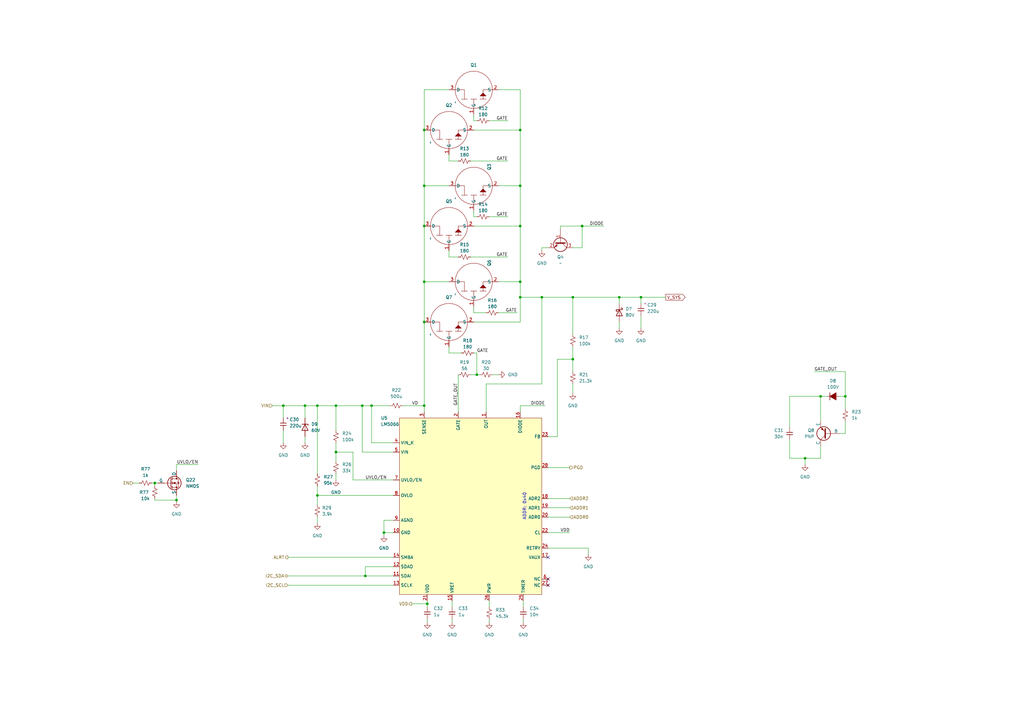
<source format=kicad_sch>
(kicad_sch (version 20230121) (generator eeschema)
  (paper "A3")
  (title_block (title "Bender 2024 Power Supply") (company "Boise State University") (comment 1 "GND  = Battery Ground") (comment 2 "GND1 = RP2040 Ground"))
  (lib_symbols
    (symbol "Device:D_Schottky" (pin_numbers hide) (pin_names (offset 1.016) hide)
      (property "Reference" "D" (at 0 2.54 0))
      (property "Value" "D_Schottky" (at 0 -2.54 0))
      (symbol "D_Schottky_0_1"
        (polyline (pts (xy 1.27 0) (xy -1.27 0)))
        (polyline (pts (xy 1.27 1.27) (xy 1.27 -1.27) (xy -1.27 0) (xy 1.27 1.27)) (stroke (width 0.254)))
        (polyline (pts (xy -1.905 0.635) (xy -1.905 1.27) (xy -1.27 1.27) (xy -1.27 -1.27) (xy -0.635 -1.27) (xy -0.635 -0.635)) (stroke (width 0.254)))
      )
      (symbol "D_Schottky_1_1"
        (pin passive line (at -3.81 0 0) (length 2.54) (name "K") (number "1"))
        (pin passive line (at 3.81 0 180) (length 2.54) (name "A") (number "2"))
      )
    )
    (symbol "Device:D_Zener" (pin_numbers hide) (pin_names (offset 1.016) hide)
      (property "Reference" "D" (at 0 2.54 0))
      (property "Value" "D_Zener" (at 0 -2.54 0))
      (symbol "D_Zener_0_1"
        (polyline (pts (xy 1.27 0) (xy -1.27 0)))
        (polyline (pts (xy -1.27 -1.27) (xy -1.27 1.27) (xy -0.762 1.27)) (stroke (width 0.254)))
        (polyline (pts (xy 1.27 -1.27) (xy 1.27 1.27) (xy -1.27 0) (xy 1.27 -1.27)) (stroke (width 0.254)))
      )
      (symbol "D_Zener_1_1"
        (pin passive line (at -3.81 0 0) (length 2.54) (name "K") (number "1"))
        (pin passive line (at 3.81 0 180) (length 2.54) (name "A") (number "2"))
      )
    )
    (symbol "Device:R_Small_US" (pin_numbers hide) (pin_names (offset 0.254) hide)
      (property "Reference" "R" (at 0.762 0.508 0))
      (property "Value" "R_Small_US" (at 0.762 -1.016 0))
      (symbol "R_Small_US_1_1"
        (polyline (pts (xy 0 0) (xy 1.016 -0.381) (xy 0 -0.762) (xy -1.016 -1.143) (xy 0 -1.524)))
        (polyline (pts (xy 0 1.524) (xy 1.016 1.143) (xy 0 0.762) (xy -1.016 0.381) (xy 0 0)))
        (pin passive line (at 0 2.54 270) (length 1.016) (name "~") (number "1"))
        (pin passive line (at 0 -2.54 90) (length 1.016) (name "~") (number "2"))
      )
    )
    (symbol "Nexperia:GAN3R2-100CBE"
      (property "Reference" "Q" (at 0 0 0))
      (symbol "GAN3R2-100CBE_0_1"
        (polyline (pts (xy 3.81 -10.16) (xy 3.81 -12.7)))
        (polyline (pts (xy 3.81 -7.62) (xy 0 -7.62)))
        (polyline (pts (xy 3.81 -6.35) (xy 3.81 -8.89)))
        (polyline (pts (xy 3.81 -2.54) (xy 3.81 -5.08)))
        (polyline (pts (xy 3.81 -11.43) (xy 7.62 -11.43) (xy 7.62 -15.24)))
        (polyline (pts (xy 3.81 -3.81) (xy 7.62 -3.81) (xy 7.62 0)))
        (circle (center 7.62 -7.62) (radius 7.62))
      )
      (symbol "GAN3R2-100CBE_1_1"
        (polyline (pts (xy 6.35 -11.43) (xy 5.08 -10.16) (xy 5.08 -12.7) (xy 6.35 -11.43)) (fill (type outline)))
        (pin input line (at -2.54 -7.62 0) (length 2.54) (name "G") (number "1"))
        (pin power_out line (at 7.62 -17.78 90) (length 2.54) (name "S") (number "2"))
        (pin power_in line (at 7.62 2.54 270) (length 2.54) (name "D") (number "3"))
      )
    )
    (symbol "PCM_Generic-50:C,IEC" (pin_numbers hide) (pin_names (offset 0) hide)
      (property "Reference" "C" (at 1.27 1.27 0))
      (property "Value" "C,IEC" (at 1.27 -1.27 0))
      (property "Indicator" "+" (at -1.27 1.27 0))
      (symbol "C,IEC_1_1"
        (polyline (pts (xy -1.27 -0.4572) (xy 1.27 -0.4572)) (stroke (width 0.254)))
        (polyline (pts (xy -1.27 0.4572) (xy 1.27 0.4572)) (stroke (width 0.254)))
        (pin passive line (at 0 2.54 270) (length 2.0828) (name "+") (number "1"))
        (pin passive line (at 0 -2.54 90) (length 2.0828) (name "-") (number "2"))
      )
    )
    (symbol "PCM_Generic-50:D,IEEE" (pin_numbers hide) (pin_names (offset 0) hide)
      (property "Reference" "D" (at 1.905 1.27 0))
      (property "Value" "${SIM.PARAMS}" (at 1.905 -1.27 0))
      (property "Sim.Params" "D,IEEE" (at 1.905 -1.27 0))
      (symbol "D,IEEE_1_1"
        (polyline (pts (xy -1.4732 -1.27) (xy 1.4732 -1.27)) (stroke (width 0.254)))
        (polyline (pts (xy 0 -1.27) (xy 1.4732 1.27) (xy -1.4732 1.27) (xy 0 -1.27)) (stroke (width 0.254)) (fill (type outline)))
        (pin passive line (at 0 -2.54 90) (length 1.27) (name "K-") (number "1"))
        (pin passive line (at 0 2.54 270) (length 1.27) (name "A+") (number "2"))
      )
    )
    (symbol "Simulation_SPICE:NMOS" (pin_numbers hide) (pin_names (offset 0))
      (property "Reference" "Q" (at 5.08 1.27 0))
      (property "Value" "NMOS" (at 5.08 -1.27 0))
      (symbol "NMOS_0_1"
        (polyline (pts (xy 0.254 0) (xy -2.54 0)))
        (polyline (pts (xy 0.254 1.905) (xy 0.254 -1.905)) (stroke (width 0.254)))
        (polyline (pts (xy 0.762 -1.27) (xy 0.762 -2.286)) (stroke (width 0.254)))
        (polyline (pts (xy 0.762 0.508) (xy 0.762 -0.508)) (stroke (width 0.254)))
        (polyline (pts (xy 0.762 2.286) (xy 0.762 1.27)) (stroke (width 0.254)))
        (polyline (pts (xy 2.54 2.54) (xy 2.54 1.778)))
        (polyline (pts (xy 2.54 -2.54) (xy 2.54 0) (xy 0.762 0)))
        (polyline (pts (xy 0.762 -1.778) (xy 3.302 -1.778) (xy 3.302 1.778) (xy 0.762 1.778)))
        (polyline (pts (xy 1.016 0) (xy 2.032 0.381) (xy 2.032 -0.381) (xy 1.016 0)) (fill (type outline)))
        (polyline (pts (xy 2.794 0.508) (xy 2.921 0.381) (xy 3.683 0.381) (xy 3.81 0.254)))
        (polyline (pts (xy 3.302 0.381) (xy 2.921 -0.254) (xy 3.683 -0.254) (xy 3.302 0.381)))
        (circle (center 1.651 0) (radius 2.794) (stroke (width 0.254)))
        (circle (center 2.54 -1.778) (radius 0.254) (fill (type outline)))
        (circle (center 2.54 1.778) (radius 0.254) (fill (type outline)))
      )
      (symbol "NMOS_1_1"
        (pin passive line (at 2.54 5.08 270) (length 2.54) (name "D") (number "1") (alternate "" input line))
        (pin input line (at -5.08 0 0) (length 2.54) (name "G") (number "2") (alternate "" input line))
        (pin passive line (at 2.54 -5.08 90) (length 2.54) (name "S") (number "3") (alternate "" input line))
      )
    )
    (symbol "Simulation_SPICE:PNP" (pin_numbers hide) (pin_names (offset 0))
      (property "Reference" "Q" (at -2.54 7.62 0))
      (property "Value" "PNP" (at -2.54 5.08 0))
      (symbol "PNP_0_1"
        (polyline (pts (xy -2.54 0) (xy 0.635 0)) (stroke (width 0.1524)))
        (polyline (pts (xy 0.635 0.635) (xy 2.54 2.54)))
        (polyline (pts (xy 0.635 -0.635) (xy 2.54 -2.54) (xy 2.54 -2.54)))
        (polyline (pts (xy 0.635 1.905) (xy 0.635 -1.905) (xy 0.635 -1.905)) (stroke (width 0.508)))
        (polyline (pts (xy 2.286 -1.778) (xy 1.778 -2.286) (xy 1.27 -1.27) (xy 2.286 -1.778) (xy 2.286 -1.778)) (fill (type outline)))
        (circle (center 1.27 0) (radius 2.8194) (stroke (width 0.254)))
      )
      (symbol "PNP_1_1"
        (pin open_collector line (at 2.54 5.08 270) (length 2.54) (name "C") (number "1") (alternate "" input line))
        (pin input line (at -5.08 0 0) (length 2.54) (name "B") (number "2") (alternate "" input line))
        (pin open_emitter line (at 2.54 -5.08 90) (length 2.54) (name "E") (number "3") (alternate "" input line))
      )
    )
    (symbol "TI.Library:LM5066"
      (property "Reference" "U" (at 0 1.27 0))
      (property "Value" "LM5066" (at 3.81 -77.47 0))
      (symbol "LM5066_1_1"
        (rectangle (start 0 -2.54) (end 58.42 -74.93) (fill (type background)))
        (pin power_out line (at 35.56 0 270) (length 2.54) (name "OUT") (number "1"))
        (pin power_in line (at -2.54 -49.53 0) (length 2.54) (name "GND") (number "10"))
        (pin input line (at -2.54 -67.31 0) (length 2.54) (name "SDAI") (number "11"))
        (pin output line (at -2.54 -63.5 0) (length 2.54) (name "SDAO") (number "12"))
        (pin bidirectional line (at -2.54 -71.12 0) (length 2.54) (name "SCLK") (number "13"))
        (pin output line (at -2.54 -59.69 0) (length 2.54) (name "SMBA") (number "14"))
        (pin input line (at 21.59 -77.47 90) (length 2.54) (name "VREF") (number "15"))
        (pin output line (at 49.53 0 270) (length 2.54) (name "DIODE") (number "16"))
        (pin power_in line (at 60.96 -59.69 180) (length 2.54) (name "VAUX") (number "17"))
        (pin tri_state line (at 60.96 -35.56 180) (length 2.54) (name "ADR2") (number "18"))
        (pin tri_state line (at 60.96 -39.37 180) (length 2.54) (name "ADR1") (number "19"))
        (pin output line (at 24.13 0 270) (length 2.54) (name "GATE") (number "2"))
        (pin tri_state line (at 60.96 -43.18 180) (length 2.54) (name "ADR0") (number "20"))
        (pin output line (at 11.43 -77.47 90) (length 2.54) (name "VDD") (number "21"))
        (pin input line (at 60.96 -49.53 180) (length 2.54) (name "CL") (number "22"))
        (pin input line (at 60.96 -10.16 180) (length 2.54) (name "FB") (number "23"))
        (pin tri_state line (at 60.96 -55.88 180) (length 2.54) (name "RETRY") (number "24"))
        (pin unspecified line (at 50.8 -77.47 90) (length 2.54) (name "TIMER") (number "25"))
        (pin input line (at 36.83 -77.47 90) (length 2.54) (name "PWR") (number "26"))
        (pin no_connect line (at 60.96 -71.12 180) (length 2.54) (name "NC") (number "27"))
        (pin output line (at 60.96 -22.86 180) (length 2.54) (name "PGD") (number "28"))
        (pin input line (at 10.16 0 270) (length 2.54) (name "SENSE") (number "3"))
        (pin power_in line (at -2.54 -12.7 0) (length 2.54) (name "VIN_K") (number "4"))
        (pin power_in line (at -2.54 -16.51 0) (length 2.54) (name "VIN") (number "5"))
        (pin no_connect line (at 60.96 -68.58 180) (length 2.54) (name "NC") (number "6"))
        (pin input line (at -2.54 -27.94 0) (length 2.54) (name "UVLO/EN") (number "7"))
        (pin input line (at -2.54 -34.29 0) (length 2.54) (name "OVLO") (number "8"))
        (pin power_in line (at -2.54 -44.45 0) (length 2.54) (name "AGND") (number "9"))
      )
    )
    (symbol "Transistor_BJT:BC817" (pin_names (offset 0) hide)
      (property "Reference" "Q" (at 5.08 1.905 0))
      (property "Value" "BC817" (at 5.08 0 0))
      (symbol "BC817_0_1"
        (polyline (pts (xy 0.635 0.635) (xy 2.54 2.54)))
        (polyline (pts (xy 0.635 -0.635) (xy 2.54 -2.54) (xy 2.54 -2.54)))
        (polyline (pts (xy 0.635 1.905) (xy 0.635 -1.905) (xy 0.635 -1.905)) (stroke (width 0.508)))
        (polyline (pts (xy 1.27 -1.778) (xy 1.778 -1.27) (xy 2.286 -2.286) (xy 1.27 -1.778) (xy 1.27 -1.778)) (fill (type outline)))
        (circle (center 1.27 0) (radius 2.8194) (stroke (width 0.254)))
      )
      (symbol "BC817_1_1"
        (pin input line (at -5.08 0 0) (length 5.715) (name "B") (number "1"))
        (pin passive line (at 2.54 -5.08 90) (length 2.54) (name "E") (number "2"))
        (pin passive line (at 2.54 5.08 270) (length 2.54) (name "C") (number "3"))
      )
    )
    (symbol "power:GND" (power) (pin_names (offset 0))
      (property "Value" "GND" (at 0 -3.81 0))
      (symbol "GND_0_1"
        (polyline (pts (xy 0 0) (xy 0 -1.27) (xy 1.27 -1.27) (xy 0 -2.54) (xy -1.27 -1.27) (xy 0 -1.27)))
      )
      (symbol "GND_1_1"
        (pin power_in line (at 0 0 270) (length 0) hide (name "GND") (number "1"))
      )
    )
  )
  (junction (at 336.55 162.56))
  (junction (at 72.39 205.105))
  (junction (at 195.58 153.67))
  (junction (at 137.795 185.42))
  (junction (at 213.36 115.57))
  (junction (at 173.99 166.37))
  (junction (at 346.71 162.56))
  (junction (at 254 121.92))
  (junction (at 175.26 247.65))
  (junction (at 116.205 166.37))
  (junction (at 130.175 203.2))
  (junction (at 137.795 166.37))
  (junction (at 149.86 236.22))
  (junction (at 330.2 187.96))
  (junction (at 63.5 198.12))
  (junction (at 213.36 76.2))
  (junction (at 213.36 92.71))
  (junction (at 234.95 121.92))
  (junction (at 173.99 115.57))
  (junction (at 234.95 147.32))
  (junction (at 173.99 132.08))
  (junction (at 130.175 166.37))
  (junction (at 238.76 92.71))
  (junction (at 222.25 121.92))
  (junction (at 148.59 166.37))
  (junction (at 262.89 121.92))
  (junction (at 213.36 53.34))
  (junction (at 157.48 218.44))
  (junction (at 173.99 76.2))
  (junction (at 173.99 92.71))
  (junction (at 152.4 166.37))
  (junction (at 125.095 166.37))
  (junction (at 173.99 53.34))
  (junction (at 213.36 121.92))
  (no_connect (at 224.79 237.49))
  (no_connect (at 224.79 228.6))
  (no_connect (at 224.79 240.03))
  (wire (pts (xy 213.36 168.91) (xy 213.36 166.37)))
  (wire (pts (xy 72.39 190.5) (xy 81.28 190.5)))
  (wire (pts (xy 187.96 105.41) (xy 184.15 105.41)))
  (wire (pts (xy 125.095 166.37) (xy 130.175 166.37)))
  (wire (pts (xy 200.66 254) (xy 200.66 255.27)))
  (wire (pts (xy 213.36 121.92) (xy 222.25 121.92)))
  (wire (pts (xy 161.29 185.42) (xy 148.59 185.42)))
  (wire (pts (xy 173.99 115.57) (xy 173.99 132.08)))
  (wire (pts (xy 323.85 162.56) (xy 323.85 175.26)))
  (wire (pts (xy 241.3 224.79) (xy 241.3 227.33)))
  (wire (pts (xy 262.89 129.54) (xy 262.89 134.62)))
  (wire (pts (xy 224.79 101.6) (xy 222.25 101.6)))
  (wire (pts (xy 214.63 246.38) (xy 214.63 248.92)))
  (wire (pts (xy 173.99 36.83) (xy 173.99 53.34)))
  (wire (pts (xy 185.42 246.38) (xy 185.42 248.92)))
  (wire (pts (xy 194.31 53.34) (xy 213.36 53.34)))
  (wire (pts (xy 152.4 181.61) (xy 161.29 181.61)))
  (wire (pts (xy 262.89 121.92) (xy 273.05 121.92)))
  (wire (pts (xy 194.31 88.9) (xy 195.58 88.9)))
  (wire (pts (xy 175.26 247.65) (xy 175.26 248.92)))
  (wire (pts (xy 165.1 166.37) (xy 173.99 166.37)))
  (wire (pts (xy 194.31 92.71) (xy 213.36 92.71)))
  (wire (pts (xy 224.79 204.47) (xy 233.68 204.47)))
  (wire (pts (xy 323.85 187.96) (xy 330.2 187.96)))
  (wire (pts (xy 254 121.92) (xy 262.89 121.92)))
  (wire (pts (xy 224.79 224.79) (xy 241.3 224.79)))
  (wire (pts (xy 234.95 121.92) (xy 234.95 137.16)))
  (wire (pts (xy 213.36 76.2) (xy 204.47 76.2)))
  (wire (pts (xy 213.36 115.57) (xy 204.47 115.57)))
  (wire (pts (xy 204.47 128.27) (xy 212.09 128.27)))
  (wire (pts (xy 213.36 53.34) (xy 213.36 36.83)))
  (wire (pts (xy 224.79 212.09) (xy 233.68 212.09)))
  (wire (pts (xy 144.78 196.85) (xy 161.29 196.85)))
  (wire (pts (xy 346.71 162.56) (xy 346.71 152.4)))
  (wire (pts (xy 157.48 218.44) (xy 157.48 219.71)))
  (wire (pts (xy 130.175 212.09) (xy 130.175 214.63)))
  (wire (pts (xy 194.31 46.99) (xy 194.31 49.53)))
  (wire (pts (xy 229.87 93.98) (xy 229.87 92.71)))
  (wire (pts (xy 222.25 121.92) (xy 234.95 121.92)))
  (wire (pts (xy 200.66 49.53) (xy 208.28 49.53)))
  (wire (pts (xy 200.66 88.9) (xy 208.28 88.9)))
  (wire (pts (xy 118.11 228.6) (xy 161.29 228.6)))
  (wire (pts (xy 234.95 157.48) (xy 234.95 161.29)))
  (wire (pts (xy 254 132.08) (xy 254 134.62)))
  (wire (pts (xy 195.58 153.67) (xy 196.85 153.67)))
  (wire (pts (xy 195.58 153.67) (xy 195.58 144.78)))
  (wire (pts (xy 161.29 218.44) (xy 157.48 218.44)))
  (wire (pts (xy 63.5 205.105) (xy 72.39 205.105)))
  (wire (pts (xy 224.79 208.28) (xy 233.68 208.28)))
  (wire (pts (xy 125.095 179.07) (xy 125.095 181.61)))
  (wire (pts (xy 213.36 121.92) (xy 213.36 132.08)))
  (wire (pts (xy 54.61 198.12) (xy 57.15 198.12)))
  (wire (pts (xy 137.795 185.42) (xy 144.78 185.42)))
  (wire (pts (xy 262.89 121.92) (xy 262.89 124.46)))
  (wire (pts (xy 193.04 66.04) (xy 208.28 66.04)))
  (wire (pts (xy 173.99 168.91) (xy 173.99 166.37)))
  (wire (pts (xy 339.09 162.56) (xy 336.55 162.56)))
  (wire (pts (xy 222.25 157.48) (xy 222.25 121.92)))
  (wire (pts (xy 222.25 101.6) (xy 222.25 102.87)))
  (wire (pts (xy 184.15 142.24) (xy 184.15 144.78)))
  (wire (pts (xy 173.99 76.2) (xy 173.99 92.71)))
  (wire (pts (xy 194.31 86.36) (xy 194.31 88.9)))
  (wire (pts (xy 111.76 166.37) (xy 116.205 166.37)))
  (wire (pts (xy 238.76 92.71) (xy 247.65 92.71)))
  (wire (pts (xy 130.175 166.37) (xy 137.795 166.37)))
  (wire (pts (xy 323.85 180.34) (xy 323.85 187.96)))
  (wire (pts (xy 224.79 218.44) (xy 233.68 218.44)))
  (wire (pts (xy 118.11 236.22) (xy 149.86 236.22)))
  (wire (pts (xy 160.02 166.37) (xy 152.4 166.37)))
  (wire (pts (xy 72.39 190.5) (xy 72.39 193.04)))
  (wire (pts (xy 193.04 153.67) (xy 195.58 153.67)))
  (wire (pts (xy 229.87 92.71) (xy 238.76 92.71)))
  (wire (pts (xy 148.59 166.37) (xy 148.59 185.42)))
  (wire (pts (xy 63.5 198.12) (xy 63.5 199.39)))
  (wire (pts (xy 199.39 168.91) (xy 199.39 157.48)))
  (wire (pts (xy 185.42 254) (xy 185.42 255.27)))
  (wire (pts (xy 234.95 121.92) (xy 254 121.92)))
  (wire (pts (xy 137.795 181.61) (xy 137.795 185.42)))
  (wire (pts (xy 118.11 240.03) (xy 161.29 240.03)))
  (wire (pts (xy 63.5 198.12) (xy 64.77 198.12)))
  (wire (pts (xy 254 121.92) (xy 254 124.46)))
  (wire (pts (xy 137.795 166.37) (xy 137.795 176.53)))
  (wire (pts (xy 173.99 53.34) (xy 173.99 76.2)))
  (wire (pts (xy 193.04 105.41) (xy 208.28 105.41)))
  (wire (pts (xy 62.23 198.12) (xy 63.5 198.12)))
  (wire (pts (xy 173.99 132.08) (xy 173.99 166.37)))
  (wire (pts (xy 184.15 115.57) (xy 173.99 115.57)))
  (wire (pts (xy 336.55 182.88) (xy 336.55 187.96)))
  (wire (pts (xy 184.15 66.04) (xy 184.15 63.5)))
  (wire (pts (xy 214.63 254) (xy 214.63 255.27)))
  (wire (pts (xy 238.76 101.6) (xy 238.76 92.71)))
  (wire (pts (xy 336.55 162.56) (xy 336.55 172.72)))
  (wire (pts (xy 228.6 179.07) (xy 228.6 147.32)))
  (wire (pts (xy 175.26 254) (xy 175.26 255.27)))
  (wire (pts (xy 187.96 153.67) (xy 187.96 168.91)))
  (wire (pts (xy 157.48 213.36) (xy 157.48 218.44)))
  (wire (pts (xy 201.93 153.67) (xy 204.47 153.67)))
  (wire (pts (xy 175.26 247.65) (xy 175.26 246.38)))
  (wire (pts (xy 173.99 92.71) (xy 173.99 115.57)))
  (wire (pts (xy 184.15 36.83) (xy 173.99 36.83)))
  (wire (pts (xy 72.39 203.2) (xy 72.39 205.105)))
  (wire (pts (xy 344.17 177.8) (xy 346.71 177.8)))
  (wire (pts (xy 213.36 115.57) (xy 213.36 121.92)))
  (wire (pts (xy 72.39 205.105) (xy 72.39 205.74)))
  (wire (pts (xy 213.36 92.71) (xy 213.36 115.57)))
  (wire (pts (xy 334.01 152.4) (xy 346.71 152.4)))
  (wire (pts (xy 213.36 36.83) (xy 204.47 36.83)))
  (wire (pts (xy 213.36 166.37) (xy 223.52 166.37)))
  (wire (pts (xy 228.6 147.32) (xy 234.95 147.32)))
  (wire (pts (xy 116.205 176.53) (xy 116.205 181.61)))
  (wire (pts (xy 63.5 204.47) (xy 63.5 205.105)))
  (wire (pts (xy 130.175 203.2) (xy 161.29 203.2)))
  (wire (pts (xy 194.31 49.53) (xy 195.58 49.53)))
  (wire (pts (xy 234.95 101.6) (xy 238.76 101.6)))
  (wire (pts (xy 168.91 247.65) (xy 175.26 247.65)))
  (wire (pts (xy 137.795 194.31) (xy 137.795 196.85)))
  (wire (pts (xy 224.79 191.77) (xy 233.68 191.77)))
  (wire (pts (xy 336.55 162.56) (xy 323.85 162.56)))
  (wire (pts (xy 125.095 166.37) (xy 125.095 171.45)))
  (wire (pts (xy 234.95 142.24) (xy 234.95 147.32)))
  (wire (pts (xy 130.175 166.37) (xy 130.175 194.31)))
  (wire (pts (xy 330.2 187.96) (xy 330.2 190.5)))
  (wire (pts (xy 184.15 76.2) (xy 173.99 76.2)))
  (wire (pts (xy 130.175 203.2) (xy 130.175 207.01)))
  (wire (pts (xy 116.205 166.37) (xy 116.205 171.45)))
  (wire (pts (xy 234.95 147.32) (xy 234.95 152.4)))
  (wire (pts (xy 213.36 92.71) (xy 213.36 76.2)))
  (wire (pts (xy 149.86 236.22) (xy 161.29 236.22)))
  (wire (pts (xy 213.36 53.34) (xy 213.36 76.2)))
  (wire (pts (xy 184.15 144.78) (xy 189.23 144.78)))
  (wire (pts (xy 137.795 166.37) (xy 148.59 166.37)))
  (wire (pts (xy 194.31 144.78) (xy 195.58 144.78)))
  (wire (pts (xy 144.78 185.42) (xy 144.78 196.85)))
  (wire (pts (xy 199.39 128.27) (xy 194.31 128.27)))
  (wire (pts (xy 200.66 246.38) (xy 200.66 248.92)))
  (wire (pts (xy 137.795 185.42) (xy 137.795 189.23)))
  (wire (pts (xy 199.39 157.48) (xy 222.25 157.48)))
  (wire (pts (xy 346.71 172.72) (xy 346.71 177.8)))
  (wire (pts (xy 116.205 166.37) (xy 125.095 166.37)))
  (wire (pts (xy 152.4 166.37) (xy 152.4 181.61)))
  (wire (pts (xy 346.71 162.56) (xy 346.71 167.64)))
  (wire (pts (xy 194.31 132.08) (xy 213.36 132.08)))
  (wire (pts (xy 184.15 105.41) (xy 184.15 102.87)))
  (wire (pts (xy 148.59 166.37) (xy 152.4 166.37)))
  (wire (pts (xy 157.48 213.36) (xy 161.29 213.36)))
  (wire (pts (xy 224.79 179.07) (xy 228.6 179.07)))
  (wire (pts (xy 187.96 66.04) (xy 184.15 66.04)))
  (wire (pts (xy 130.175 199.39) (xy 130.175 203.2)))
  (wire (pts (xy 344.17 162.56) (xy 346.71 162.56)))
  (wire (pts (xy 149.86 232.41) (xy 149.86 236.22)))
  (wire (pts (xy 161.29 232.41) (xy 149.86 232.41)))
  (wire (pts (xy 194.31 128.27) (xy 194.31 125.73)))
  (wire (pts (xy 330.2 187.96) (xy 336.55 187.96)))
  (text "ADDR: 0x40" (at 215.9 213.36 90) (effects (font (size 1.27 1.27)) (justify left bottom)))
  (label "VDD" (at 233.68 218.44 180))
  (label "DIODE" (at 223.52 166.37 180))
  (label "GATE_OUT" (at 334.01 152.4 0))
  (label "GATE" (at 208.28 105.41 180))
  (label "UVLO{slash}EN" (at 81.28 190.5 180))
  (label "GATE" (at 208.28 66.04 180))
  (label "DIODE" (at 247.65 92.71 180))
  (label "VD" (at 168.91 166.37 0))
  (label "GATE" (at 212.09 128.27 180))
  (label "GATE_OUT" (at 187.96 166.37 90))
  (label "GATE" (at 208.28 88.9 180))
  (label "GATE" (at 195.58 144.78 0))
  (label "UVLO{slash}EN" (at 149.86 196.85 0))
  (label "GATE" (at 208.28 49.53 180))
  (global_label "V_SYS" (shape output) (at 273.05 121.92 0) (property "Intersheetrefs" "${INTERSHEET_REFS}" (effects hide)))
  (hierarchical_label "EN" (shape input) (at 54.61 198.12 180))
  (hierarchical_label "VIN" (shape input) (at 111.76 166.37 180))
  (hierarchical_label "ALRT" (shape output) (at 118.11 228.6 180))
  (hierarchical_label "I2C_SDA" (shape bidirectional) (at 118.11 236.22 180))
  (hierarchical_label "I2C_SCL" (shape input) (at 118.11 240.03 180))
  (hierarchical_label "VDD" (shape output) (at 168.91 247.65 180))
  (hierarchical_label "PGD" (shape output) (at 233.68 191.77 0))
  (hierarchical_label "ADDR0" (shape input) (at 233.68 212.09 0))
  (hierarchical_label "ADDR1" (shape input) (at 233.68 208.28 0))
  (hierarchical_label "ADDR2" (shape input) (at 233.68 204.47 0))
  (symbol (lib_id "TI.Library:LM5066") (at 163.83 168.91 0) (unit 1)
    (property "Reference" "U5" (at 156.21 171.45 0) (effects (justify left)))
    (property "Value" "LM5066" (at 156.21 173.99 0) (effects (justify left)))
    (property "Footprint" "TI:HTSSOP-28" (effects hide))
    (property "Datasheet" "https://www.ti.com/general/docs/suppproductinfo.tsp?distId=26&gotoUrl=https://www.ti.com/lit/gpn/lm5066i" (effects hide))
    (instances (project "2023-24_Power_Supply" (path "" (reference "U5") (unit 1)) (path "" (reference "U6") (unit 1)) (path "" (reference "U7") (unit 1))))
  )
  (symbol (lib_id "Device:R_Small_US") (at 190.5 66.04 90) (unit 1)
    (property "Reference" "R13" (at 190.5 60.96 90))
    (property "Value" "180" (at 190.5 63.5 90))
    (property "Footprint" "Resistor_SMD:R_0603_1608Metric" (effects hide))
    (property "MPN" "RCS0603180RFKEA" (effects hide))
    (property "Manufacturer" "Vishay" (effects hide))
    (instances (project "2023-24_Power_Supply" (path "" (reference "R13") (unit 1)) (path "" (reference "R35") (unit 1)) (path "" (reference "R55") (unit 1))))
  )
  (symbol (lib_id "Device:R_Small_US") (at 234.95 154.94 0) (unit 1)
    (property "Reference" "R21" (at 237.49 153.67 0) (effects (justify left)))
    (property "Value" "21.3k" (at 237.49 156.21 0) (effects (justify left)))
    (property "Footprint" "Resistor_SMD:R_0603_1608Metric" (effects hide))
    (property "Datasheet" "https://www.koaspeer.com/pdfs/RN73H.pdf" (effects hide))
    (property "MPN" "RN73H1JTTD2132B25" (effects hide))
    (instances (project "2023-24_Power_Supply" (path "" (reference "R21") (unit 1)) (path "" (reference "R43") (unit 1)) (path "" (reference "R63") (unit 1))))
  )
  (symbol (lib_id "Device:D_Schottky") (at 254 128.27 270) (unit 1)
    (property "Reference" "D7" (at 256.54 126.6825 90) (effects (justify left)))
    (property "Value" "80V" (at 256.54 129.2225 90) (effects (justify left)))
    (property "Footprint" "Diode_SMD:D_SMC" (effects hide))
    (property "Datasheet" "https://www.diodes.com/assets/Datasheets/ds30020.pdf" (effects hide))
    (property "MPN" "B380-13-F" (effects hide))
    (property "Manufacturer" "Diodes Inc" (effects hide))
    (instances (project "2023-24_Power_Supply" (path "" (reference "D7") (unit 1)) (path "" (reference "D10") (unit 1)) (path "" (reference "D13") (unit 1))))
  )
  (symbol (lib_id "Device:R_Small_US") (at 190.5 105.41 90) (unit 1)
    (property "Reference" "R15" (at 190.5 100.33 90))
    (property "Value" "180" (at 190.5 102.87 90))
    (property "Footprint" "Resistor_SMD:R_0603_1608Metric" (effects hide))
    (property "MPN" "RCS0603180RFKEA" (effects hide))
    (property "Manufacturer" "Vishay" (effects hide))
    (instances (project "2023-24_Power_Supply" (path "" (reference "R15") (unit 1)) (path "" (reference "R37") (unit 1)) (path "" (reference "R57") (unit 1))))
  )
  (symbol (lib_id "Device:R_Small_US") (at 200.66 251.46 180) (unit 1)
    (property "Reference" "R33" (at 203.2 250.19 0) (effects (justify right)))
    (property "Value" "45.3k" (at 203.2 252.73 0) (effects (justify right)))
    (property "Footprint" "Resistor_SMD:R_0603_1608Metric" (effects hide))
    (instances (project "2023-24_Power_Supply" (path "" (reference "R33") (unit 1)) (path "" (reference "R53") (unit 1)) (path "" (reference "R73") (unit 1))))
  )
  (symbol (lib_id "Simulation_SPICE:NMOS") (at 69.85 198.12 0) (unit 1)
    (property "Reference" "Q22" (at 76.2 196.85 0) (effects (justify left)))
    (property "Value" "NMOS" (at 76.2 199.39 0) (effects (justify left)))
    (property "Footprint" "Package_TO_SOT_SMD:SOT-23-3" (effects hide))
    (property "Datasheet" "https://www.mouser.com/datasheet/2/916/2N7002NXAK-1623722.pdf" (effects hide))
    (property "Sim.Device" "NMOS" (effects hide))
    (property "Sim.Type" "VDMOS" (effects hide))
    (property "Sim.Pins" "1=G 2=S 3=D" (effects hide))
    (property "MPN" "2N7002NXAKR" (effects hide))
    (property "Manufacturer" "Nexperia" (effects hide))
    (pin "3" (alternate "D"))
    (pin "2" (alternate "S"))
    (pin "1" (alternate "G"))
    (instances (project "2023-24_Power_Supply" (path "" (reference "Q22") (unit 1)) (path "" (reference "Q9") (unit 1)) (path "" (reference "Q18") (unit 1)) (path "" (reference "Q27") (unit 1))))
  )
  (symbol (lib_id "power:GND") (at 214.63 255.27 0) (unit 1)
    (property "Reference" "#PWR072" (effects hide))
    (property "Value" "GND" (at 214.63 260.35 0))
    (instances (project "2023-24_Power_Supply" (path "" (reference "#PWR072") (unit 1)) (path "" (reference "#PWR093") (unit 1)) (path "" (reference "#PWR0114") (unit 1))))
  )
  (symbol (lib_id "power:GND") (at 222.25 102.87 0) (unit 1)
    (property "Reference" "#PWR052" (effects hide))
    (property "Value" "GND" (at 222.25 107.95 0))
    (instances (project "2023-24_Power_Supply" (path "" (reference "#PWR052") (unit 1)) (path "" (reference "#PWR073") (unit 1)) (path "" (reference "#PWR094") (unit 1))))
  )
  (symbol (lib_id "Device:R_Small_US") (at 190.5 153.67 90) (unit 1)
    (property "Reference" "R19" (at 190.5 148.59 90))
    (property "Value" "56" (at 190.5 151.13 90))
    (property "Footprint" "Resistor_SMD:R_2512_6332Metric" (effects hide))
    (property "MPN" "352256RFT" (effects hide))
    (property "Manufacturer" "TE Connectivity" (effects hide))
    (instances (project "2023-24_Power_Supply" (path "" (reference "R19") (unit 1)) (path "" (reference "R41") (unit 1)) (path "" (reference "R61") (unit 1))))
  )
  (symbol (lib_id "Device:R_Small_US") (at 198.12 49.53 90) (unit 1)
    (property "Reference" "R12" (at 198.12 44.45 90))
    (property "Value" "180" (at 198.12 46.99 90))
    (property "Footprint" "Resistor_SMD:R_0603_1608Metric" (effects hide))
    (property "MPN" "RCS0603180RFKEA" (effects hide))
    (property "Manufacturer" "Vishay" (effects hide))
    (instances (project "2023-24_Power_Supply" (path "" (reference "R12") (unit 1)) (path "" (reference "R34") (unit 1)) (path "" (reference "R54") (unit 1))))
  )
  (symbol (lib_id "Device:R_Small_US") (at 199.39 153.67 90) (unit 1)
    (property "Reference" "R20" (at 199.39 148.59 90))
    (property "Value" "30" (at 199.39 151.13 90))
    (property "Footprint" "Resistor_SMD:R_2512_6332Metric" (effects hide))
    (property "MPN" "352230RFT" (effects hide))
    (property "Manufacturer" "TE Connectivity" (effects hide))
    (instances (project "2023-24_Power_Supply" (path "" (reference "R20") (unit 1)) (path "" (reference "R42") (unit 1)) (path "" (reference "R62") (unit 1))))
  )
  (symbol (lib_id "power:GND") (at 116.205 181.61 0) (unit 1)
    (property "Reference" "#PWR057" (effects hide))
    (property "Value" "GND" (at 116.205 186.69 0))
    (instances (project "2023-24_Power_Supply" (path "" (reference "#PWR057") (unit 1)) (path "" (reference "#PWR078") (unit 1)) (path "" (reference "#PWR099") (unit 1))))
  )
  (symbol (lib_id "power:GND") (at 72.39 205.74 0) (unit 1)
    (property "Reference" "#PWR034" (effects hide))
    (property "Value" "GND" (at 72.39 210.82 0))
    (instances (project "2023-24_Power_Supply" (path "" (reference "#PWR034") (unit 1)) (path "" (reference "#PWR0145") (unit 1)) (path "" (reference "#PWR062") (unit 1)) (path "" (reference "#PWR083") (unit 1)) (path "" (reference "#PWR0104") (unit 1))))
  )
  (symbol (lib_id "Device:R_Small_US") (at 201.93 128.27 90) (unit 1)
    (property "Reference" "R16" (at 201.93 123.19 90))
    (property "Value" "180" (at 201.93 125.73 90))
    (property "Footprint" "Resistor_SMD:R_0603_1608Metric" (effects hide))
    (property "MPN" "RCS0603180RFKEA" (effects hide))
    (property "Manufacturer" "Vishay" (effects hide))
    (instances (project "2023-24_Power_Supply" (path "" (reference "R16") (unit 1)) (path "" (reference "R38") (unit 1)) (path "" (reference "R58") (unit 1))))
  )
  (symbol (lib_id "power:GND") (at 254 134.62 0) (unit 1)
    (property "Reference" "#PWR053" (effects hide))
    (property "Value" "GND" (at 254 139.7 0))
    (instances (project "2023-24_Power_Supply" (path "" (reference "#PWR053") (unit 1)) (path "" (reference "#PWR074") (unit 1)) (path "" (reference "#PWR095") (unit 1))))
  )
  (symbol (lib_id "power:GND") (at 241.3 227.33 0) (unit 1)
    (property "Reference" "#PWR066" (effects hide))
    (property "Value" "GND" (at 241.3 232.41 0))
    (instances (project "2023-24_Power_Supply" (path "" (reference "#PWR066") (unit 1)) (path "" (reference "#PWR087") (unit 1)) (path "" (reference "#PWR0108") (unit 1))))
  )
  (symbol (lib_id "power:GND") (at 157.48 219.71 0) (unit 1)
    (property "Reference" "#PWR064" (effects hide))
    (property "Value" "GND" (at 157.48 224.79 0))
    (instances (project "2023-24_Power_Supply" (path "" (reference "#PWR064") (unit 1)) (path "" (reference "#PWR085") (unit 1)) (path "" (reference "#PWR0106") (unit 1))))
  )
  (symbol (lib_id "Device:R_Small_US") (at 346.71 170.18 180) (unit 1)
    (property "Reference" "R23" (at 349.25 168.91 0) (effects (justify right)))
    (property "Value" "1k" (at 349.25 171.45 0) (effects (justify right)))
    (property "Footprint" "Resistor_SMD:R_0603_1608Metric" (effects hide))
    (instances (project "2023-24_Power_Supply" (path "" (reference "R23") (unit 1)) (path "" (reference "R45") (unit 1)) (path "" (reference "R65") (unit 1))))
  )
  (symbol (lib_id "Nexperia:GAN3R2-100CBE") (at 176.53 139.7 90) (unit 1)
    (property "Reference" "Q7" (at 184.15 121.92 90))
    (property "Value" "~" (at 176.53 137.16 0))
    (property "Footprint" "Nexperia:WLCSP-8" (effects hide))
    (property "Datasheet" "https://www.mouser.com/datasheet/2/916/GAN3R2_100CBE-3159465.pdf" (effects hide))
    (instances (project "2023-24_Power_Supply" (path "" (reference "Q7") (unit 1)) (path "" (reference "Q16") (unit 1)) (path "" (reference "Q25") (unit 1))))
  )
  (symbol (lib_id "power:GND") (at 125.095 181.61 0) (unit 1)
    (property "Reference" "#PWR058" (effects hide))
    (property "Value" "GND" (at 125.095 186.69 0))
    (instances (project "2023-24_Power_Supply" (path "" (reference "#PWR058") (unit 1)) (path "" (reference "#PWR079") (unit 1)) (path "" (reference "#PWR0100") (unit 1))))
  )
  (symbol (lib_id "PCM_Generic-50:D,IEEE") (at 341.63 162.56 270) (unit 1)
    (property "Reference" "D8" (at 341.63 156.21 90))
    (property "Value" "100V" (at 341.63 158.75 90))
    (property "Footprint" "Diode_SMD:D_SOD-123" (effects hide))
    (property "Datasheet" "https://www.diodes.com/assets/Datasheets/ds30086.pdf" (effects hide))
    (property "Sim.Pins" "2=1 1=2" (effects hide))
    (property "Sim.Params" "D,IEEE" (effects hide))
    (property "Sim.Device" "SPICE" (effects hide))
    (property "MPN" "1N4148W-7-F" (effects hide))
    (property "Manufacturer" "Diodes Inc" (effects hide))
    (instances (project "2023-24_Power_Supply" (path "" (reference "D8") (unit 1)) (path "" (reference "D11") (unit 1)) (path "" (reference "D14") (unit 1))))
  )
  (symbol (lib_id "power:GND") (at 200.66 255.27 0) (unit 1)
    (property "Reference" "#PWR071" (effects hide))
    (property "Value" "GND" (at 200.66 260.35 0))
    (instances (project "2023-24_Power_Supply" (path "" (reference "#PWR071") (unit 1)) (path "" (reference "#PWR092") (unit 1)) (path "" (reference "#PWR0113") (unit 1))))
  )
  (symbol (lib_id "power:GND") (at 330.2 190.5 0) (unit 1)
    (property "Reference" "#PWR060" (effects hide))
    (property "Value" "GND" (at 330.2 195.58 0))
    (instances (project "2023-24_Power_Supply" (path "" (reference "#PWR060") (unit 1)) (path "" (reference "#PWR081") (unit 1)) (path "" (reference "#PWR0102") (unit 1))))
  )
  (symbol (lib_id "Simulation_SPICE:PNP") (at 339.09 177.8 180) (unit 1)
    (property "Reference" "Q8" (at 334.01 176.53 0) (effects (justify left)))
    (property "Value" "PNP" (at 334.01 179.07 0) (effects (justify left)))
    (property "Footprint" "Package_TO_SOT_SMD:SOT-23-3" (effects hide))
    (property "Datasheet" "https://www.mouser.com/datasheet/2/308/1/MMBT5401LT1_D-2316019.pdf" (effects hide))
    (property "Sim.Device" "PNP" (effects hide))
    (property "Sim.Type" "GUMMELPOON" (effects hide))
    (property "Sim.Pins" "1=B 2=E 3=C" (effects hide))
    (property "MPN" "MMBT5401LT1G" (effects hide))
    (property "Manufacturer" "ON Semi" (effects hide))
    (pin "2" (alternate "E"))
    (pin "1" (alternate "B"))
    (pin "3" (alternate "C"))
    (instances (project "2023-24_Power_Supply" (path "" (reference "Q8") (unit 1)) (path "" (reference "Q17") (unit 1)) (path "" (reference "Q26") (unit 1))))
  )
  (symbol (lib_id "Nexperia:GAN3R2-100CBE") (at 176.53 100.33 90) (unit 1)
    (property "Reference" "Q5" (at 184.15 82.55 90))
    (property "Value" "~" (at 176.53 97.79 0))
    (property "Footprint" "Nexperia:WLCSP-8" (effects hide))
    (property "Datasheet" "https://www.mouser.com/datasheet/2/916/GAN3R2_100CBE-3159465.pdf" (effects hide))
    (instances (project "2023-24_Power_Supply" (path "" (reference "Q5") (unit 1)) (path "" (reference "Q14") (unit 1)) (path "" (reference "Q23") (unit 1))))
  )
  (symbol (lib_id "power:GND") (at 204.47 153.67 90) (unit 1)
    (property "Reference" "#PWR055" (effects hide))
    (property "Value" "GND" (at 208.28 153.67 90) (effects (justify right)))
    (instances (project "2023-24_Power_Supply" (path "" (reference "#PWR055") (unit 1)) (path "" (reference "#PWR076") (unit 1)) (path "" (reference "#PWR097") (unit 1))))
  )
  (symbol (lib_id "PCM_Generic-50:C,IEC") (at 323.85 177.8 0) (unit 1)
    (property "Reference" "C31" (at 317.5 176.53 0) (effects (justify left)))
    (property "Value" "30n" (at 317.5 179.07 0) (effects (justify left)))
    (property "Footprint" "Capacitor_SMD:C_0402_1005Metric" (effects hide))
    (property "Indicator" "+" (effects hide))
    (instances (project "2023-24_Power_Supply" (path "" (reference "C31") (unit 1)) (path "" (reference "C37") (unit 1)) (path "" (reference "C43") (unit 1))))
  )
  (symbol (lib_id "Transistor_BJT:BC817") (at 229.87 99.06 270) (unit 1)
    (property "Reference" "Q4" (at 229.87 105.41 90))
    (property "Value" "~" (at 229.87 107.95 90))
    (property "Footprint" "Package_TO_SOT_SMD:SOT-23" (effects hide))
    (property "Datasheet" "https://www.diodes.com/assets/Datasheets/ds30270.pdf" (effects hide))
    (property "MPN" "MMBT3904T-7-F" (effects hide))
    (property "Manufacturer" "Diodes Inc" (effects hide))
    (instances (project "2023-24_Power_Supply" (path "" (reference "Q4") (unit 1)) (path "" (reference "Q13") (unit 1)) (path "" (reference "Q22") (unit 1))))
  )
  (symbol (lib_id "Device:D_Zener") (at 125.095 175.26 270) (unit 1)
    (property "Reference" "D9" (at 127.635 173.99 90) (effects (justify left)))
    (property "Value" "60V" (at 127.635 176.53 90) (effects (justify left)))
    (property "Footprint" "Diode_SMD:D_SMC" (effects hide))
    (property "Datasheet" "https://www.mouser.com/datasheet/2/54/5_0smdj-1218744.pdf" (effects hide))
    (property "MPN" "5.0SMDJ60A" (effects hide))
    (property "Manufacturer" "Bourns" (effects hide))
    (instances (project "2023-24_Power_Supply" (path "" (reference "D9") (unit 1)) (path "" (reference "D12") (unit 1)) (path "" (reference "D15") (unit 1))))
  )
  (symbol (lib_id "power:GND") (at 262.89 134.62 0) (unit 1)
    (property "Reference" "#PWR054" (effects hide))
    (property "Value" "GND" (at 262.89 139.7 0))
    (instances (project "2023-24_Power_Supply" (path "" (reference "#PWR054") (unit 1)) (path "" (reference "#PWR075") (unit 1)) (path "" (reference "#PWR096") (unit 1))))
  )
  (symbol (lib_id "Device:R_Small_US") (at 191.77 144.78 90) (unit 1)
    (property "Reference" "R18" (at 191.77 139.7 90))
    (property "Value" "180" (at 191.77 142.24 90))
    (property "Footprint" "Resistor_SMD:R_0603_1608Metric" (effects hide))
    (property "MPN" "RCS0603180RFKEA" (effects hide))
    (property "Manufacturer" "Vishay" (effects hide))
    (instances (project "2023-24_Power_Supply" (path "" (reference "R18") (unit 1)) (path "" (reference "R40") (unit 1)) (path "" (reference "R60") (unit 1))))
  )
  (symbol (lib_id "power:GND") (at 175.26 255.27 0) (unit 1)
    (property "Reference" "#PWR069" (effects hide))
    (property "Value" "GND" (at 175.26 260.35 0))
    (instances (project "2023-24_Power_Supply" (path "" (reference "#PWR069") (unit 1)) (path "" (reference "#PWR090") (unit 1)) (path "" (reference "#PWR0111") (unit 1))))
  )
  (symbol (lib_id "power:GND") (at 185.42 255.27 0) (unit 1)
    (property "Reference" "#PWR070" (effects hide))
    (property "Value" "GND" (at 185.42 260.35 0))
    (instances (project "2023-24_Power_Supply" (path "" (reference "#PWR070") (unit 1)) (path "" (reference "#PWR091") (unit 1)) (path "" (reference "#PWR0112") (unit 1))))
  )
  (symbol (lib_id "power:GND") (at 130.175 214.63 0) (unit 1)
    (property "Reference" "#PWR063" (effects hide))
    (property "Value" "GND" (at 130.175 219.71 0))
    (instances (project "2023-24_Power_Supply" (path "" (reference "#PWR063") (unit 1)) (path "" (reference "#PWR084") (unit 1)) (path "" (reference "#PWR0105") (unit 1))))
  )
  (symbol (lib_id "Device:R_Small_US") (at 234.95 139.7 0) (unit 1)
    (property "Reference" "R17" (at 237.49 138.43 0) (effects (justify left)))
    (property "Value" "100k" (at 237.49 140.97 0) (effects (justify left)))
    (property "Footprint" "Resistor_SMD:R_0603_1608Metric" (effects hide))
    (instances (project "2023-24_Power_Supply" (path "" (reference "R17") (unit 1)) (path "" (reference "R39") (unit 1)) (path "" (reference "R59") (unit 1))))
  )
  (symbol (lib_id "Device:R_Small_US") (at 130.175 196.85 180) (unit 1)
    (property "Reference" "R27" (at 132.715 195.58 0) (effects (justify right)))
    (property "Value" "95k" (at 132.715 198.12 0) (effects (justify right)))
    (property "Footprint" "Resistor_SMD:R_0603_1608Metric" (effects hide))
    (instances (project "2023-24_Power_Supply" (path "" (reference "R27") (unit 1)) (path "" (reference "R49") (unit 1)) (path "" (reference "R69") (unit 1))))
  )
  (symbol (lib_id "power:GND") (at 234.95 161.29 0) (unit 1)
    (property "Reference" "#PWR056" (effects hide))
    (property "Value" "GND" (at 234.95 166.37 0))
    (instances (project "2023-24_Power_Supply" (path "" (reference "#PWR056") (unit 1)) (path "" (reference "#PWR077") (unit 1)) (path "" (reference "#PWR098") (unit 1))))
  )
  (symbol (lib_id "Device:R_Small_US") (at 137.795 191.77 180) (unit 1)
    (property "Reference" "R26" (at 140.335 190.5 0) (effects (justify right)))
    (property "Value" "33k" (at 140.335 193.04 0) (effects (justify right)))
    (property "Footprint" "Resistor_SMD:R_0603_1608Metric" (effects hide))
    (instances (project "2023-24_Power_Supply" (path "" (reference "R26") (unit 1)) (path "" (reference "R48") (unit 1)) (path "" (reference "R68") (unit 1))))
  )
  (symbol (lib_id "power:GND") (at 137.795 196.85 0) (unit 1)
    (property "Reference" "#PWR061" (effects hide))
    (property "Value" "GND" (at 137.795 201.93 0))
    (instances (project "2023-24_Power_Supply" (path "" (reference "#PWR061") (unit 1)) (path "" (reference "#PWR082") (unit 1)) (path "" (reference "#PWR0103") (unit 1))))
  )
  (symbol (lib_id "Nexperia:GAN3R2-100CBE") (at 186.69 123.19 90) (unit 1)
    (property "Reference" "Q6" (at 200.66 109.22 0) (effects (justify left)))
    (property "Value" "~" (at 186.69 120.65 0))
    (property "Footprint" "Nexperia:WLCSP-8" (effects hide))
    (property "Datasheet" "https://www.mouser.com/datasheet/2/916/GAN3R2_100CBE-3159465.pdf" (effects hide))
    (instances (project "2023-24_Power_Supply" (path "" (reference "Q6") (unit 1)) (path "" (reference "Q15") (unit 1)) (path "" (reference "Q24") (unit 1))))
  )
  (symbol (lib_id "Nexperia:GAN3R2-100CBE") (at 186.69 44.45 90) (unit 1)
    (property "Reference" "Q1" (at 194.31 26.67 90))
    (property "Value" "~" (at 186.69 41.91 0))
    (property "Footprint" "Nexperia:WLCSP-8" (effects hide))
    (property "Datasheet" "https://www.mouser.com/datasheet/2/916/GAN3R2_100CBE-3159465.pdf" (effects hide))
    (instances (project "2023-24_Power_Supply" (path "" (reference "Q1") (unit 1)) (path "" (reference "Q10") (unit 1)) (path "" (reference "Q19") (unit 1))))
  )
  (symbol (lib_id "Nexperia:GAN3R2-100CBE") (at 186.69 83.82 90) (unit 1)
    (property "Reference" "Q3" (at 200.66 69.85 0) (effects (justify left)))
    (property "Value" "~" (at 186.69 81.28 0))
    (property "Footprint" "Nexperia:WLCSP-8" (effects hide))
    (property "Datasheet" "https://www.mouser.com/datasheet/2/916/GAN3R2_100CBE-3159465.pdf" (effects hide))
    (instances (project "2023-24_Power_Supply" (path "" (reference "Q3") (unit 1)) (path "" (reference "Q12") (unit 1)) (path "" (reference "Q21") (unit 1))))
  )
  (symbol (lib_id "Device:R_Small_US") (at 198.12 88.9 90) (unit 1)
    (property "Reference" "R14" (at 198.12 83.82 90))
    (property "Value" "180" (at 198.12 86.36 90))
    (property "Footprint" "Resistor_SMD:R_0603_1608Metric" (effects hide))
    (property "MPN" "RCS0603180RFKEA" (effects hide))
    (property "Manufacturer" "Vishay" (effects hide))
    (instances (project "2023-24_Power_Supply" (path "" (reference "R14") (unit 1)) (path "" (reference "R36") (unit 1)) (path "" (reference "R56") (unit 1))))
  )
  (symbol (lib_id "Device:R_Small_US") (at 137.795 179.07 0) (unit 1)
    (property "Reference" "R24" (at 140.335 177.8 0) (effects (justify left)))
    (property "Value" "100k" (at 140.335 180.34 0) (effects (justify left)))
    (property "Footprint" "Resistor_SMD:R_0603_1608Metric" (effects hide))
    (instances (project "2023-24_Power_Supply" (path "" (reference "R24") (unit 1)) (path "" (reference "R46") (unit 1)) (path "" (reference "R66") (unit 1))))
  )
  (symbol (lib_id "Device:R_Small_US") (at 59.69 198.12 90) (unit 1)
    (property "Reference" "R77" (at 59.69 192.405 90))
    (property "Value" "1k" (at 59.69 194.945 90))
    (property "Footprint" "Resistor_SMD:R_0603_1608Metric" (effects hide))
    (instances (project "2023-24_Power_Supply" (path "" (reference "R77") (unit 1)) (path "" (reference "R28") (unit 1)) (path "" (reference "R50") (unit 1)) (path "" (reference "R70") (unit 1))))
  )
  (symbol (lib_id "PCM_Generic-50:C,IEC") (at 175.26 251.46 0) (unit 1)
    (property "Reference" "C32" (at 177.8 249.555 0) (effects (justify left)))
    (property "Value" "1u" (at 177.8 252.095 0) (effects (justify left)))
    (property "Footprint" "Capacitor_SMD:C_0603_1608Metric" (effects hide))
    (property "Indicator" "+" (effects hide))
    (instances (project "2023-24_Power_Supply" (path "" (reference "C32") (unit 1)) (path "" (reference "C38") (unit 1)) (path "" (reference "C44") (unit 1))))
  )
  (symbol (lib_id "Device:R_Small_US") (at 130.175 209.55 180) (unit 1)
    (property "Reference" "R29" (at 132.08 208.28 0) (effects (justify right)))
    (property "Value" "3.9k" (at 132.08 210.82 0) (effects (justify right)))
    (property "Footprint" "Resistor_SMD:R_0603_1608Metric" (effects hide))
    (instances (project "2023-24_Power_Supply" (path "" (reference "R29") (unit 1)) (path "" (reference "R51") (unit 1)) (path "" (reference "R71") (unit 1))))
  )
  (symbol (lib_id "PCM_Generic-50:C,IEC") (at 116.205 173.99 0) (unit 1)
    (property "Reference" "C30" (at 118.745 172.085 0) (effects (justify left)))
    (property "Value" "220u" (at 118.745 174.625 0) (effects (justify left)))
    (property "Footprint" "Capacitor_SMD:CP_Elec_18x17.5" (effects hide))
    (property "Datasheet" "https://www.mouser.com/datasheet/2/315/ABA0000C1181-947564.pdf" (effects hide))
    (property "Indicator" "+" (at 117.475 171.45 0) (effects (font (size 0.635 0.635)) (justify left)))
    (property "MPN" "EEV-FK2A221M" (effects hide))
    (instances (project "2023-24_Power_Supply" (path "" (reference "C30") (unit 1)) (path "" (reference "C36") (unit 1)) (path "" (reference "C42") (unit 1))))
  )
  (symbol (lib_id "PCM_Generic-50:C,IEC") (at 214.63 251.46 0) (unit 1)
    (property "Reference" "C34" (at 217.17 249.555 0) (effects (justify left)))
    (property "Value" "10n" (at 217.17 252.095 0) (effects (justify left)))
    (property "Footprint" "Capacitor_SMD:C_0402_1005Metric" (effects hide))
    (property "Indicator" "+" (effects hide))
    (instances (project "2023-24_Power_Supply" (path "" (reference "C34") (unit 1)) (path "" (reference "C40") (unit 1)) (path "" (reference "C46") (unit 1))))
  )
  (symbol (lib_id "Device:R_Small_US") (at 63.5 201.93 0) (unit 1)
    (property "Reference" "R77" (at 57.15 201.93 0) (effects (justify left)))
    (property "Value" "10k" (at 57.785 204.47 0) (effects (justify left)))
    (property "Footprint" "Resistor_SMD:R_0603_1608Metric" (effects hide))
    (instances (project "2023-24_Power_Supply" (path "" (reference "R77") (unit 1)) (path "" (reference "R115") (unit 1)) (path "" (reference "R116") (unit 1)) (path "" (reference "R148") (unit 1))))
  )
  (symbol (lib_id "PCM_Generic-50:C,IEC") (at 262.89 127 0) (unit 1)
    (property "Reference" "C29" (at 265.43 125.095 0) (effects (justify left)))
    (property "Value" "220u" (at 265.43 127.635 0) (effects (justify left)))
    (property "Footprint" "Capacitor_SMD:CP_Elec_18x17.5" (effects hide))
    (property "Datasheet" "https://www.mouser.com/datasheet/2/315/ABA0000C1181-947564.pdf" (effects hide))
    (property "Indicator" "+" (at 264.16 124.46 0) (effects (font (size 0.635 0.635)) (justify left)))
    (property "MPN" "EEV-FK2A221M" (effects hide))
    (instances (project "2023-24_Power_Supply" (path "" (reference "C29") (unit 1)) (path "" (reference "C35") (unit 1)) (path "" (reference "C41") (unit 1))))
  )
  (symbol (lib_id "Device:R_Small_US") (at 162.56 166.37 90) (unit 1)
    (property "Reference" "R22" (at 162.56 160.02 90))
    (property "Value" "500u" (at 162.56 162.56 90))
    (property "Footprint" "Resistor_SMD:R_2512_6332Metric" (effects hide))
    (property "Datasheet" "https://www.vishay.com/doc?30122" (effects hide))
    (property "MPN" "WSLP2512L5000FEA" (effects hide))
    (instances (project "2023-24_Power_Supply" (path "" (reference "R22") (unit 1)) (path "" (reference "R44") (unit 1)) (path "" (reference "R64") (unit 1))))
  )
  (symbol (lib_id "PCM_Generic-50:C,IEC") (at 185.42 251.46 0) (unit 1)
    (property "Reference" "C33" (at 187.96 249.555 0) (effects (justify left)))
    (property "Value" "1u" (at 187.96 252.095 0) (effects (justify left)))
    (property "Footprint" "Capacitor_SMD:C_0603_1608Metric" (effects hide))
    (property "Indicator" "+" (effects hide))
    (instances (project "2023-24_Power_Supply" (path "" (reference "C33") (unit 1)) (path "" (reference "C39") (unit 1)) (path "" (reference "C45") (unit 1))))
  )
  (symbol (lib_id "Nexperia:GAN3R2-100CBE") (at 176.53 60.96 90) (unit 1)
    (property "Reference" "Q2" (at 184.15 43.18 90))
    (property "Value" "~" (at 176.53 58.42 0))
    (property "Footprint" "Nexperia:WLCSP-8" (effects hide))
    (property "Datasheet" "https://www.mouser.com/datasheet/2/916/GAN3R2_100CBE-3159465.pdf" (effects hide))
    (instances (project "2023-24_Power_Supply" (path "" (reference "Q2") (unit 1)) (path "" (reference "Q11") (unit 1)) (path "" (reference "Q20") (unit 1))))
  )
)
</source>
